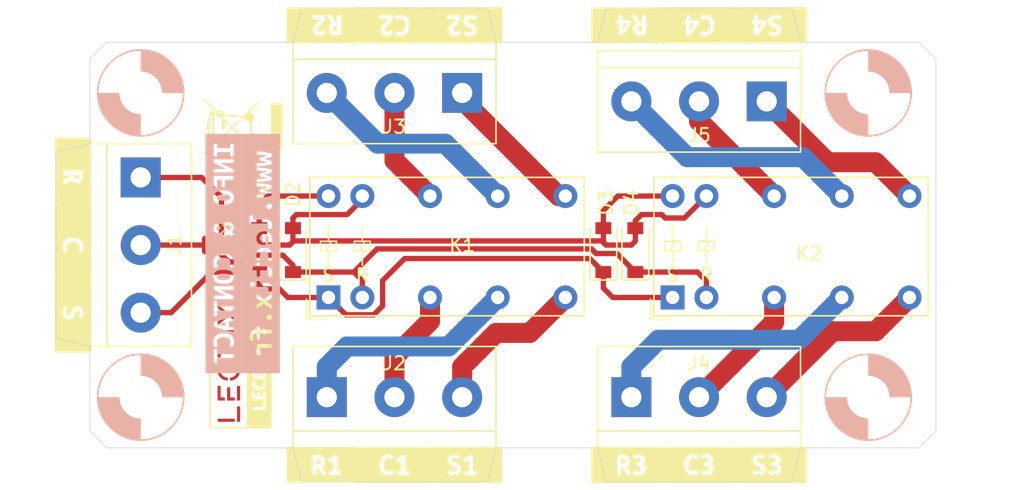
<source format=kicad_pcb>
(kicad_pcb (version 20211014) (generator pcbnew)
  (layers (0 "F.Cu" signal) (31 "B.Cu" signal) (34 "B.Paste" user) (35 "F.Paste" user) (36 "B.SilkS" user "B.Silkscreen") (37 "F.SilkS" user "F.Silkscreen") (38 "B.Mask" user) (39 "F.Mask" user) (44 "Edge.Cuts" user))
  (net 0 "")
  (net 1 "Net-(D1-Pad2)")
  (net 2 "/S")
  (net 3 "/R")
  (net 4 "/C")
  (net 5 "/S1")
  (net 6 "/C1")
  (net 7 "/R1")
  (net 8 "/S2")
  (net 9 "/C2")
  (net 10 "/R2")
  (net 11 "/R3")
  (net 12 "/C3")
  (net 13 "/S3")
  (net 14 "/R4")
  (net 15 "/C4")
  (net 16 "/S4")
  (footprint "Diode_SMD:D_SOD-123" (layer "F.Cu") (at 99.06 82.93 90)
    (fp_text reference "D1" (at 4.19 0 90) (layer "F.SilkS"))
    (fp_text value "1N4148W")
    (pad "1" smd rect locked (at -1.65 0 90) (size 0.9 1.2) (layers "F.Cu" "F.Paste" "F.Mask") (net 2 "/S"))
    (pad "2" smd rect locked (at 1.65 0 90) (size 0.9 1.2) (layers "F.Cu" "F.Paste" "F.Mask") (net 1 "Net-(D1-Pad2)"))
  )
  (footprint "Diode_SMD:D_SOD-123" (layer "F.Cu") (at 101.6 82.93 90)
    (fp_text reference "D2" (at 4.19 0 90) (layer "F.SilkS"))
    (fp_text value "1N4148W")
    (pad "1" smd rect locked (at -1.65 0 90) (size 0.9 1.2) (layers "F.Cu" "F.Paste" "F.Mask") (net 3 "/R"))
    (pad "2" smd rect locked (at 1.65 0 90) (size 0.9 1.2) (layers "F.Cu" "F.Paste" "F.Mask") (net 1 "Net-(D1-Pad2)"))
  )
  (footprint "0_connectors:TerminalBlock_bornier-3_P5.08mm-blue" (layer "F.Cu") (at 109.22 93.98)
    (fp_text reference "J2" (at 0 -2.54) (layer "F.SilkS"))
    (fp_text value "Screw_Terminal_01x03_blue")
    (pad "1" thru_hole rect locked (at -5.08 0) (size 3 3) (drill 1.52) (layers *.Cu *.Mask) (net 7 "/R1"))
    (pad "2" thru_hole circle locked (at 0 0) (size 3 3) (drill 1.52) (layers *.Cu *.Mask) (net 6 "/C1"))
    (pad "3" thru_hole circle locked (at 5.08 0) (size 3 3) (drill 1.52) (layers *.Cu *.Mask) (net 5 "/S1"))
  )
  (footprint "0_connectors:TerminalBlock_bornier-3_P5.08mm-blue" (layer "F.Cu") (at 109.22 71.12 180)
    (fp_text reference "J3" (at 0 -2.54) (layer "F.SilkS"))
    (fp_text value "Screw_Terminal_01x03_blue")
    (pad "1" thru_hole rect locked (at -5.08 0 180) (size 3 3) (drill 1.52) (layers *.Cu *.Mask) (net 8 "/S2"))
    (pad "2" thru_hole circle locked (at 0 0 180) (size 3 3) (drill 1.52) (layers *.Cu *.Mask) (net 9 "/C2"))
    (pad "3" thru_hole circle locked (at 5.08 0 180) (size 3 3) (drill 1.52) (layers *.Cu *.Mask) (net 10 "/R2"))
  )
  (footprint "0_relays:Relay_DPDT_HFD2-xxx-M-L2" (layer "F.Cu") (at 113.03 82.55)
    (fp_text reference "K1" (at 1.27 0) (layer "F.SilkS"))
    (fp_text value "HFD2-012-M-L2")
    (fp_text user "R" (at -6.223 2.286) (layer "F.SilkS"))
    (fp_text user "S" (at -8.763 2.286) (layer "F.SilkS"))
    (pad "1" thru_hole rect locked (at -8.763 3.937 90) (size 1.8 1.8) (drill 1) (layers *.Cu *.Mask) (net 2 "/S"))
    (pad "2" thru_hole circle locked (at -6.223 3.937 180) (size 1.8 1.8) (drill 1) (layers *.Cu *.Mask) (net 3 "/R"))
    (pad "4" thru_hole circle locked (at -1.143 3.937 90) (size 1.8 1.8) (drill 1) (layers *.Cu *.Mask) (net 6 "/C1"))
    (pad "6" thru_hole circle locked (at 3.937 3.937 90) (size 1.8 1.8) (drill 1) (layers *.Cu *.Mask) (net 7 "/R1"))
    (pad "8" thru_hole circle locked (at 9.017 3.937) (size 1.8 1.8) (drill 1) (layers *.Cu *.Mask) (net 5 "/S1"))
    (pad "9" thru_hole circle locked (at 9.017 -3.683 90) (size 1.8 1.8) (drill 1) (layers *.Cu *.Mask) (net 8 "/S2"))
    (pad "11" thru_hole circle locked (at 3.937 -3.683 90) (size 1.8 1.8) (drill 1) (layers *.Cu *.Mask) (net 10 "/R2"))
    (pad "13" thru_hole circle locked (at -1.143 -3.683 90) (size 1.8 1.8) (drill 1) (layers *.Cu *.Mask) (net 9 "/C2"))
    (pad "15" thru_hole circle locked (at -6.223 -3.683 180) (size 1.8 1.8) (drill 1) (layers *.Cu *.Mask) (net 1 "Net-(D1-Pad2)"))
    (pad "16" thru_hole circle locked (at -8.763 -3.683 90) (size 1.8 1.8) (drill 1) (layers *.Cu *.Mask) (net 1 "Net-(D1-Pad2)"))
  )
  (footprint "0_connectors:TerminalBlock_bornier-3_P5.08mm-green" (layer "F.Cu") (at 90.17 82.55 -90)
    (fp_text reference "J1" (at 0 -2.54 90) (layer "F.SilkS"))
    (fp_text value "Screw_Terminal_01x03_green")
    (pad "1" thru_hole rect locked (at -5.08 0 270) (size 3 3) (drill 1.52) (layers *.Cu *.Mask) (net 3 "/R"))
    (pad "2" thru_hole circle locked (at 0 0 270) (size 3 3) (drill 1.52) (layers *.Cu *.Mask) (net 4 "/C"))
    (pad "3" thru_hole circle locked (at 5.08 0 270) (size 3 3) (drill 1.52) (layers *.Cu *.Mask) (net 2 "/S"))
  )
  (footprint "0_mechanical:MountingHole_3.2mm_M3" (layer "F.Cu") (at 144.78 71.12)
    (fp_text reference "H1" hide)
    (fp_text value "MountingHole" hide)
    (pad "" np_thru_hole circle locked (at 0 0) (size 3.2 3.2) (drill 3.2) (layers *.Cu *.Mask))
  )
  (footprint "0_mechanical:MountingHole_3.2mm_M3" (layer "F.Cu") (at 90.17 93.98)
    (fp_text reference "H2" hide)
    (fp_text value "MountingHole" hide)
    (pad "" np_thru_hole circle locked (at 0 0) (size 3.2 3.2) (drill 3.2) (layers *.Cu *.Mask))
  )
  (footprint "0_mechanical:MountingHole_3.2mm_M3" (layer "F.Cu") (at 144.78 93.98)
    (fp_text reference "H3" hide)
    (fp_text value "MountingHole" hide)
    (pad "" np_thru_hole circle locked (at 0 0) (size 3.2 3.2) (drill 3.2) (layers *.Cu *.Mask))
  )
  (footprint "0_mechanical:MountingHole_3.2mm_M3" (layer "F.Cu") (at 90.17 71.12)
    (fp_text reference "H4" hide)
    (fp_text value "MountingHole" hide)
    (pad "" np_thru_hole circle locked (at 0 0) (size 3.2 3.2) (drill 3.2) (layers *.Cu *.Mask))
  )
  (footprint "0_logos:Logo_10mm" (layer "F.Cu") (at 96.774 91.567 90)
    (fp_text reference "LOGO1" hide)
    (fp_text value "logo_lectix_25mm" hide)
    (fp_poly (pts (xy -1.56718 -0.61214) (xy -2.44094 -0.61214) (xy -2.44094 -0.29972) (xy -2.66446 -0.29972) (xy -2.66446 -0.83312) (xy -1.56718 -0.83312) (xy -1.56718 -0.61214)) (layer "F.Cu") (width 0.01) (fill solid))
    (fp_poly (pts (xy 3.260968 -0.8255) (xy 3.466269 -0.542956) (xy 3.490799 -0.509165) (xy 3.514493 -0.476463) (xy 3.53718 -0.445091) (xy 3.558689 -0.415286) (xy 3.578848 -0.387289) (xy 3.597487 -0.361337) (xy 3.614435 -0.337671) (xy 3.62952 -0.31653) (xy 3.642571 -0.298152) (xy 3.653418 -0.282777) (xy 3.661889 -0.270644) (xy 3.667814 -0.261991) (xy 3.671021 -0.257058) (xy 3.67157 -0.255979) (xy 3.670129 -0.252999) (xy 3.666077 -0.246561) (xy 3.659817 -0.237221) (xy 3.651755 -0.225539) (xy 3.642293 -0.212072) (xy 3.631838 -0.197378) (xy 3.620793 -0.182016) (xy 3.609562 -0.166543) (xy 3.598551 -0.151517) (xy 3.588162 -0.137496) (xy 3.578801 -0.125038) (xy 3.570872 -0.114702) (xy 3.564779 -0.107045) (xy 3.560927 -0.102625) (xy 3.55981 -0.101753) (xy 3.558071 -0.103777) (xy 3.553504 -0.109705) (xy 3.546264 -0.119329) (xy 3.536502 -0.132439) (xy 3.524373 -0.148826) (xy 3.510029 -0.168281) (xy 3.493625 -0.190595) (xy 3.475313 -0.215558) (xy 3.455247 -0.242963) (xy 3.433579 -0.272598) (xy 3.410465 -0.304257) (xy 3.386056 -0.337728) (xy 3.360506 -0.372804) (xy 3.333968 -0.409276) (xy 3.306596 -0.446933) (xy 3.29819 -0.458507) (xy 3.270558 -0.496555) (xy 3.243707 -0.533532) (xy 3.217789 -0.569228) (xy 3.19296 -0.603428) (xy 3.169374 -0.635919) (xy 3.147186 -0.666489) (xy 3.126549 -0.694925) (xy 3.107618 -0.721015) (xy 3.090548 -0.744544) (xy 3.075493 -0.765301) (xy 3.062608 -0.783073) (xy 3.052047 -0.797646) (xy 3.043964 -0.808808) (xy 3.038514 -0.816346) (xy 3.035851 -0.820048) (xy 3.035625 -0.82037) (xy 3.034877 -0.821583) (xy 3.034715 -0.822588) (xy 3.035563 -0.823405) (xy 3.037844 -0.824053) (xy 3.041981 -0.824551) (xy 3.048399 -0.824919) (xy 3.057522 -0.825177) (xy 3.069772 -0.825345) (xy 3.085573 -0.825441) (xy 3.105349 -0.825486) (xy 3.129525 -0.8255) (xy 3.146554 -0.825501) (xy 3.260968 -0.8255)) (layer "F.Cu") (width 0.01) (fill solid))
    (fp_poly (pts (xy 2.61874 0.84582) (xy 2.39776 0.84582) (xy 2.39776 -0.8255) (xy 2.61874 -0.8255) (xy 2.61874 0.84582)) (layer "F.Cu") (width 0.01) (fill solid))
    (fp_poly (pts (xy -1.68148 0.10922) (xy -2.44094 0.10922) (xy -2.44094 0.45212) (xy -2.66192 0.45212) (xy -2.66192 -0.1143) (xy -1.68148 -0.1143) (xy -1.68148 0.10922)) (layer "F.Cu") (width 0.01) (fill solid))
    (fp_poly (pts (xy -4.0386 0.45212) (xy -4.25958 0.45212) (xy -4.25958 -0.82296) (xy -4.0386 -0.82296) (xy -4.0386 0.45212)) (layer "F.Cu") (width 0.01) (fill solid))
    (fp_poly (pts (xy 4.376304 -0.819908) (xy 4.39485 -0.819812) (xy 4.508296 -0.81915) (xy 4.202148 -0.400817) (xy 4.172064 -0.359702) (xy 4.142787 -0.319675) (xy 4.114458 -0.280931) (xy 4.087217 -0.243662) (xy 4.061206 -0.20806) (xy 4.036566 -0.17432) (xy 4.013436 -0.142634) (xy 3.991957 -0.113194) (xy 3.972271 -0.086194) (xy 3.954518 -0.061828) (xy 3.938839 -0.040287) (xy 3.925374 -0.021764) (xy 3.914265 -0.006454) (xy 3.905651 0.005452) (xy 3.899674 0.01376) (xy 3.896474 0.018277) (xy 3.895946 0.019087) (xy 3.897407 0.021269) (xy 3.901707 0.02737) (xy 3.908703 0.037192) (xy 3.918256 0.050541) (xy 3.930224 0.06722) (xy 3.944465 0.087032) (xy 3.960838 0.109783) (xy 3.979202 0.135275) (xy 3.999416 0.163314) (xy 4.021337 0.193701) (xy 4.044825 0.226243) (xy 4.069739 0.260742) (xy 4.095938 0.297003) (xy 4.123279 0.334829) (xy 4.151622 0.374025) (xy 4.180825 0.414395) (xy 4.192671 0.430766) (xy 4.22219 0.471564) (xy 4.250913 0.511274) (xy 4.278699 0.549701) (xy 4.305405 0.586647) (xy 4.330889 0.621916) (xy 4.35501 0.65531) (xy 4.377626 0.686635) (xy 4.398595 0.715692) (xy 4.417775 0.742285) (xy 4.435025 0.766218) (xy 4.450202 0.787293) (xy 4.463164 0.805315) (xy 4.47377 0.820086) (xy 4.481878 0.831411) (xy 4.487346 0.839091) (xy 4.490033 0.842932) (xy 4.490296 0.843347) (xy 4.488016 0.843981) (xy 4.480822 0.844522) (xy 4.468878 0.844969) (xy 4.452349 0.845317) (xy 4.4314 0.845563) (xy 4.406196 0.845703) (xy 4.377266 0.845734) (xy 4.26339 0.845649) (xy 4.02209 0.51178) (xy 3.995526 0.475037) (xy 3.969765 0.439426) (xy 3.944965 0.405163) (xy 3.921283 0.372466) (xy 3.898876 0.34155) (xy 3.877902 0.312632) (xy 3.858517 0.285929) (xy 3.84088 0.261658) (xy 3.825147 0.240034) (xy 3.811475 0.221274) (xy 3.800023 0.205596) (xy 3.790948 0.193215) (xy 3.784406 0.184347) (xy 3.780556 0.179211) (xy 3.77952 0.177933) (xy 3.777906 0.17995) (xy 3.773455 0.185854) (xy 3.766324 0.195427) (xy 3.756674 0.208455) (xy 3.744661 0.224722) (xy 3.730447 0.24401) (xy 3.714188 0.266106) (xy 3.696044 0.290791) (xy 3.676173 0.317851) (xy 3.654734 0.34707) (xy 3.631887 0.378231) (xy 3.607789 0.411119) (xy 3.5826 0.445518) (xy 3.556477 0.481211) (xy 3.53568 0.509644) (xy 3.508925 0.546214) (xy 3.482965 0.581667) (xy 3.457961 0.615786) (xy 3.434072 0.648355) (xy 3.411458 0.679156) (xy 3.390279 0.707973) (xy 3.370693 0.734589) (xy 3.352863 0.758787) (xy 3.336946 0.78035) (xy 3.323102 0.799061) (xy 3.311493 0.814704) (xy 3.302276 0.827061) (xy 3.295613 0.835916) (xy 3.291662 0.841051) (xy 3.29057 0.842335) (xy 3.287574 0.842529) (xy 3.280025 0.84268) (xy 3.26845 0.842789) (xy 3.253375 0.842853) (xy 3.235327 0.84287) (xy 3.214833 0.842839) (xy 3.192419 0.842759) (xy 3.175648 0.842672) (xy 3.063267 0.84201) (xy 3.669225 0.01397) (xy 3.711717 -0.044093) (xy 3.753457 -0.101122) (xy 3.794343 -0.156981) (xy 3.834276 -0.211531) (xy 3.873154 -0.264637) (xy 3.910878 -0.316161) (xy 3.947347 -0.365964) (xy 3.982459 -0.413911) (xy 4.016115 -0.459864) (xy 4.048214 -0.503686) (xy 4.078655 -0.545239) (xy 4.107338 -0.584386) (xy 4.134162 -0.620989) (xy 4.159027 -0.654913) (xy 4.181832 -0.686019) (xy 4.202477 -0.714169) (xy 4.22086 -0.739228) (xy 4.236882 -0.761057) (xy 4.250441 -0.779519) (xy 4.261437 -0.794478) (xy 4.269771 -0.805795) (xy 4.27534 -0.813333) (xy 4.278045 -0.816956) (xy 4.278294 -0.817272) (xy 4.280129 -0.818064) (xy 4.284193 -0.818708) (xy 4.29086 -0.819211) (xy 4.300504 -0.819582) (xy 4.313497 -0.819829) (xy 4.330212 -0.819961) (xy 4.351024 -0.819984) (xy 4.376304 -0.819908)) (layer "F.Cu") (width 0.01) (fill solid))
    (fp_poly (pts (xy -0.941598 0.135255) (xy -0.93688 0.184642) (xy -0.927286 0.233391) (xy -0.913012 0.281126) (xy -0.894257 0.327472) (xy -0.871216 0.372055) (xy -0.844087 0.4145) (xy -0.813067 0.454432) (xy -0.778352 0.491476) (xy -0.74014 0.525258) (xy -0.73406 0.530066) (xy -0.693962 0.558193) (xy -0.650655 0.582754) (xy -0.604786 0.603491) (xy -0.557001 0.620147) (xy -0.507946 0.632466) (xy -0.458267 0.640191) (xy -0.456939 0.640331) (xy -0.435583 0.641812) (xy -0.410988 0.642277) (xy -0.38483 0.641784) (xy -0.358784 0.640393) (xy -0.334525 0.638161) (xy -0.31496 0.635369) (xy -0.26458 0.623968) (xy -0.215829 0.608011) (xy -0.169027 0.587722) (xy -0.124494 0.563326) (xy -0.082553 0.53505) (xy -0.043523 0.503119) (xy -0.007725 0.467757) (xy 0.024521 0.429189) (xy 0.052893 0.387642) (xy 0.063459 0.36957) (xy 0.067764 0.361866) (xy 0.070977 0.356162) (xy 0.072419 0.35366) (xy 0.072428 0.353648) (xy 0.074718 0.354589) (xy 0.080966 0.357586) (xy 0.090622 0.362356) (xy 0.103134 0.368617) (xy 0.11795 0.376087) (xy 0.134518 0.384484) (xy 0.152288 0.393526) (xy 0.170709 0.40293) (xy 0.189227 0.412414) (xy 0.207292 0.421697) (xy 0.224353 0.430496) (xy 0.239857 0.43853) (xy 0.253254 0.445515) (xy 0.263992 0.45117) (xy 0.271519 0.455212) (xy 0.275284 0.45736) (xy 0.275579 0.457574) (xy 0.276342 0.459476) (xy 0.27565 0.462864) (xy 0.273236 0.468246) (xy 0.268829 0.47613) (xy 0.262161 0.487022) (xy 0.252963 0.501432) (xy 0.249532 0.50673) (xy 0.213745 0.557247) (xy 0.174233 0.604456) (xy 0.131253 0.648181) (xy 0.085061 0.688245) (xy 0.035915 0.724473) (xy -0.015929 0.75669) (xy -0.070214 0.784719) (xy -0.126683 0.808386) (xy -0.185078 0.827513) (xy -0.238614 0.840608) (xy -0.259549 0.844715) (xy -0.278693 0.847937) (xy -0.297214 0.850387) (xy -0.316279 0.852177) (xy -0.337056 0.853419) (xy -0.360714 0.854226) (xy -0.38481 0.854665) (xy -0.403035 0.85486) (xy -0.419929 0.85496) (xy -0.434719 0.854966) (xy -0.446633 0.85488) (xy -0.454897 0.854704) (xy -0.45847 0.854485) (xy -0.464358 0.853741) (xy -0.47369 0.85263) (xy -0.484862 0.851341) (xy -0.49022 0.850735) (xy -0.545997 0.842047) (xy -0.601993 0.828574) (xy -0.657599 0.810545) (xy -0.712206 0.788188) (xy -0.765203 0.761731) (xy -0.815981 0.731401) (xy -0.82423 0.725955) (xy -0.854202 0.705098) (xy -0.880956 0.684653) (xy -0.906058 0.663317) (xy -0.931073 0.63979) (xy -0.946282 0.624501) (xy -0.98848 0.577656) (xy -1.026384 0.528179) (xy -1.059914 0.476236) (xy -1.088986 0.421994) (xy -1.113518 0.365618) (xy -1.133426 0.307274) (xy -1.148629 0.247129) (xy -1.156813 0.201477) (xy -1.15802 0.192261) (xy -1.159423 0.17981) (xy -1.160913 0.165307) (xy -1.162382 0.149937) (xy -1.163719 0.134885) (xy -1.164815 0.121334) (xy -1.165562 0.11047) (xy -1.16585 0.103505) (xy -1.163398 0.103107) (xy -1.156379 0.102738) (xy -1.145308 0.102405) (xy -1.130696 0.102119) (xy -1.113059 0.101886) (xy -1.092909 0.101717) (xy -1.070759 0.10162) (xy -1.054481 0.1016) (xy -0.943101 0.1016) (xy -0.941598 0.135255)) (layer "F.Cu") (width 0.01) (fill solid))
    (fp_poly (pts (xy 1.3716 0.84582) (xy 1.15062 0.84582) (xy 1.15062 -0.43688) (xy 1.3716 -0.43688) (xy 1.3716 0.84582)) (layer "F.Cu") (width 0.01) (fill solid))
    (fp_poly (pts (xy -1.56718 0.85344) (xy -2.65938 0.85344) (xy -2.65938 0.62992) (xy -1.56718 0.62992) (xy -1.56718 0.85344)) (layer "F.Cu") (width 0.01) (fill solid))
    (fp_poly (pts (xy -0.373791 -0.828885) (xy -0.352051 -0.828102) (xy -0.333524 -0.826865) (xy -0.32512 -0.825987) (xy -0.263464 -0.815889) (xy -0.203518 -0.801142) (xy -0.145498 -0.78188) (xy -0.08962 -0.75824) (xy -0.036099 -0.730358) (xy 0.01485 -0.698368) (xy 0.063012 -0.662408) (xy 0.108171 -0.622612) (xy 0.150111 -0.579116) (xy 0.188617 -0.532056) (xy 0.223475 -0.481567) (xy 0.224753 -0.479538) (xy 0.23095 -0.469396) (xy 0.235873 -0.460824) (xy 0.239032 -0.454716) (xy 0.239933 -0.451966) (xy 0.239927 -0.451954) (xy 0.237616 -0.450206) (xy 0.231584 -0.446064) (xy 0.222376 -0.439884) (xy 0.210541 -0.432024) (xy 0.196627 -0.422841) (xy 0.181181 -0.412692) (xy 0.16475 -0.401934) (xy 0.147883 -0.390925) (xy 0.131127 -0.380021) (xy 0.115029 -0.369581) (xy 0.100138 -0.359961) (xy 0.087 -0.351518) (xy 0.076165 -0.34461) (xy 0.068178 -0.339593) (xy 0.063588 -0.336826) (xy 0.062794 -0.336416) (xy 0.059968 -0.337282) (xy 0.055905 -0.341905) (xy 0.050305 -0.350661) (xy 0.047184 -0.356086) (xy 0.030089 -0.383572) (xy 0.009427 -0.411998) (xy -0.013771 -0.440148) (xy -0.038472 -0.466803) (xy -0.063644 -0.490746) (xy -0.07552 -0.50086) (xy -0.116154 -0.530828) (xy -0.159753 -0.556873) (xy -0.205804 -0.578774) (xy -0.253792 -0.59631) (xy -0.303203 -0.60926) (xy -0.343548 -0.616187) (xy -0.365054 -0.618232) (xy -0.389779 -0.619278) (xy -0.41624 -0.619363) (xy -0.442955 -0.61852) (xy -0.468443 -0.616786) (xy -0.491221 -0.614196) (xy -0.502174 -0.612397) (xy -0.552714 -0.600392) (xy -0.601225 -0.583901) (xy -0.647466 -0.563143) (xy -0.691196 -0.538334) (xy -0.732174 -0.509692) (xy -0.770159 -0.477434) (xy -0.80491 -0.441777) (xy -0.836186 -0.402938) (xy -0.863748 -0.361136) (xy -0.887352 -0.316587) (xy -0.90676 -0.269508) (xy -0.916801 -0.238379) (xy -0.927444 -0.193948) (xy -0.934072 -0.147895) (xy -0.936568 -0.109855) (xy -0.937972 -0.06858) (xy -1.158969 -0.06858) (xy -1.157493 -0.113665) (xy -1.153049 -0.173235) (xy -1.143761 -0.231781) (xy -1.129804 -0.289055) (xy -1.111357 -0.344808) (xy -1.088595 -0.398794) (xy -1.061694 -0.450761) (xy -1.030832 -0.500463) (xy -0.996184 -0.547651) (xy -0.957927 -0.592077) (xy -0.916238 -0.63349) (xy -0.871292 -0.671645) (xy -0.823267 -0.706291) (xy -0.772339 -0.73718) (xy -0.718684 -0.764064) (xy -0.6858 -0.777954) (xy -0.632923 -0.796535) (xy -0.578211 -0.811237) (xy -0.520795 -0.822284) (xy -0.50546 -0.824566) (xy -0.489281 -0.826312) (xy -0.469218 -0.827661) (xy -0.446456 -0.828601) (xy -0.422175 -0.829125) (xy -0.397559 -0.829223) (xy -0.373791 -0.828885)) (layer "F.Cu") (width 0.01) (fill solid))
    (fp_poly (pts (xy 1.95072 -0.60452) (xy 0.58166 -0.60452) (xy 0.58166 -0.8255) (xy 1.95072 -0.8255) (xy 1.95072 -0.60452)) (layer "F.Cu") (width 0.01) (fill solid))
    (fp_poly (pts (xy -3.1115 0.85344) (xy -4.25958 0.85344) (xy -4.25958 0.62992) (xy -3.1115 0.62992) (xy -3.1115 0.85344)) (layer "F.Cu") (width 0.01) (fill solid))
  )
  (footprint "Symbol:WEEE-Logo_4.2x6mm_SilkScreen" (layer "F.Cu") (at 97.79 73.66 90)
    (fp_text reference "REF**" hide)
    (fp_text value "WEEE-Logo_4.2x6mm_SilkScreen" hide)
  )
  (footprint "Resistor_SMD:R_0805_2012Metric" (layer "F.Cu") (at 96.1875 82.55 180)
    (fp_text reference "R1" (at 0 1.905) (layer "F.SilkS"))
    (fp_text value "270")
    (pad "1" smd roundrect locked (at -0.9375 0 180) (size 0.975 1.4) (layers "F.Cu" "F.Paste" "F.Mask") (net 1 "Net-(D1-Pad2)"))
    (pad "2" smd roundrect locked (at 0.9375 0 180) (size 0.975 1.4) (layers "F.Cu" "F.Paste" "F.Mask") (net 4 "/C"))
  )
  (footprint "kibuzzard-62BC6F34" (layer "F.Cu") (at 132.08 66.04 180)
    (fp_text reference "kibuzzard-62BC6F34" hide)
    (fp_text value "G***" hide)
  )
  (footprint "kibuzzard-62BC6E53" (layer "F.Cu") (at 85.09 77.47 -90)
    (fp_text reference "kibuzzard-62BC6E53" hide)
    (fp_text value "G***" hide)
  )
  (footprint "kibuzzard-62BC6F69" (layer "F.Cu") (at 114.3 99.06)
    (fp_text reference "kibuzzard-62BC6F69" hide)
    (fp_text value "G***" hide)
  )
  (footprint "Diode_SMD:D_SOD-123" (layer "F.Cu") (at 124.9 82.93 90)
    (fp_text reference "D3" (at 3.555 0.195 90) (layer "F.SilkS"))
    (fp_text value "1N4148W")
    (pad "1" smd rect (at -1.65 0 90) (size 0.9 1.2) (layers "F.Cu" "F.Paste" "F.Mask") (net 2 "/S"))
    (pad "2" smd rect (at 1.65 0 90) (size 0.9 1.2) (layers "F.Cu" "F.Paste" "F.Mask") (net 1 "Net-(D1-Pad2)"))
  )
  (footprint "0_relays:Relay_DPDT_HFD2-xxx-M-L2" (layer "F.Cu") (at 138.857688 82.55)
    (fp_text reference "K2" (at 1.477312 0.635) (layer "F.SilkS"))
    (fp_text value "HFD2-012-M-L2")
    (fp_text user "S" (at -8.763 2.286) (layer "F.SilkS"))
    (fp_text user "R" (at -6.223 2.286) (layer "F.SilkS"))
    (pad "1" thru_hole rect locked (at -8.763 3.937 90) (size 1.8 1.8) (drill 1) (layers *.Cu *.Mask) (net 2 "/S"))
    (pad "2" thru_hole circle locked (at -6.223 3.937 180) (size 1.8 1.8) (drill 1) (layers *.Cu *.Mask) (net 3 "/R"))
    (pad "4" thru_hole circle locked (at -1.143 3.937 90) (size 1.8 1.8) (drill 1) (layers *.Cu *.Mask) (net 12 "/C3"))
    (pad "6" thru_hole circle locked (at 3.937 3.937 90) (size 1.8 1.8) (drill 1) (layers *.Cu *.Mask) (net 11 "/R3"))
    (pad "8" thru_hole circle locked (at 9.017 3.937) (size 1.8 1.8) (drill 1) (layers *.Cu *.Mask) (net 13 "/S3"))
    (pad "9" thru_hole circle locked (at 9.017 -3.683 90) (size 1.8 1.8) (drill 1) (layers *.Cu *.Mask) (net 16 "/S4"))
    (pad "11" thru_hole circle locked (at 3.937 -3.683 90) (size 1.8 1.8) (drill 1) (layers *.Cu *.Mask) (net 14 "/R4"))
    (pad "13" thru_hole circle locked (at -1.143 -3.683 90) (size 1.8 1.8) (drill 1) (layers *.Cu *.Mask) (net 15 "/C4"))
    (pad "15" thru_hole circle locked (at -6.223 -3.683 180) (size 1.8 1.8) (drill 1) (layers *.Cu *.Mask) (net 1 "Net-(D1-Pad2)"))
    (pad "16" thru_hole circle locked (at -8.763 -3.683 90) (size 1.8 1.8) (drill 1) (layers *.Cu *.Mask) (net 1 "Net-(D1-Pad2)"))
  )
  (footprint "kibuzzard-62BC6EF6" (layer "F.Cu") (at 109.22 66.04 180)
    (fp_text reference "kibuzzard-62BC6EF6" hide)
    (fp_text value "G***" hide)
  )
  (footprint "kibuzzard-62BC6EEB" (layer "F.Cu") (at 104.14 66.04 180)
    (fp_text reference "kibuzzard-62BC6EEB" hide)
    (fp_text value "G***" hide)
  )
  (footprint "kibuzzard-62BC6F5D" (layer "F.Cu") (at 104.14 99.06)
    (fp_text reference "kibuzzard-62BC6F5D" hide)
    (fp_text value "G***" hide)
  )
  (footprint "0_connectors:TerminalBlock_bornier-3_P5.08mm-blue" (layer "F.Cu") (at 132.08 71.755 180)
    (fp_text reference "J5" (at -0.03 -2.54) (layer "F.SilkS"))
    (fp_text value "Screw_Terminal_01x03_blue")
    (pad "1" thru_hole rect locked (at -5.08 0 180) (size 3 3) (drill 1.52) (layers *.Cu *.Mask) (net 16 "/S4"))
    (pad "2" thru_hole circle locked (at 0 0 180) (size 3 3) (drill 1.52) (layers *.Cu *.Mask) (net 15 "/C4"))
    (pad "3" thru_hole circle locked (at 5.08 0 180) (size 3 3) (drill 1.52) (layers *.Cu *.Mask) (net 14 "/R4"))
  )
  (footprint "kibuzzard-62BC6F89" (layer "F.Cu") (at 137.16 99.06)
    (fp_text reference "kibuzzard-62BC6F89" hide)
    (fp_text value "G***" hide)
  )
  (footprint "kikit:Tab" (layer "F.Cu") (at 85.959 93.98)
    (fp_text reference "REF**" hide)
    (fp_text value "Tab")
  )
  (footprint "kibuzzard-62BC6D4A" (layer "F.Cu") (at 99.06 91.44 90)
    (fp_text reference "kibuzzard-62BC6D4A" hide)
    (fp_text value "G***" hide)
  )
  (footprint "kikit:Tab" (layer "F.Cu") (at 86.086 71.12)
    (fp_text reference "REF**" hide)
    (fp_text value "Tab")
  )
  (footprint "kibuzzard-62BC6F76" (layer "F.Cu") (at 127 99.06)
    (fp_text reference "kibuzzard-62BC6F76" hide)
    (fp_text value "G***" hide)
  )
  (footprint "kibuzzard-62BC6F2E" (layer "F.Cu") (at 127 66.04 180)
    (fp_text reference "kibuzzard-62BC6F2E" hide)
    (fp_text value "G***" hide)
  )
  (footprint "kibuzzard-62BC6E84" (layer "F.Cu") (at 85.09 82.55 -90)
    (fp_text reference "kibuzzard-62BC6E84" hide)
    (fp_text value "G***" hide)
  )
  (footprint "kibuzzard-62BC6F39" (layer "F.Cu") (at 137.16 66.04 180)
    (fp_text reference "kibuzzard-62BC6F39" hide)
    (fp_text value "G***" hide)
  )
  (footprint "kibuzzard-62BC6F64" (layer "F.Cu") (at 109.22 99.06)
    (fp_text reference "kibuzzard-62BC6F64" hide)
    (fp_text value "G***" hide)
  )
  (footprint "kikit:Tab" (layer "F.Cu") (at 150.114 71.12 180)
    (fp_text reference "REF**" hide)
    (fp_text value "Tab")
  )
  (footprint "0_connectors:TerminalBlock_bornier-3_P5.08mm-blue" (layer "F.Cu") (at 132.08 93.98)
    (fp_text reference "J4" (at 0 -2.54) (layer "F.SilkS"))
    (fp_text value "Screw_Terminal_01x03_blue")
    (pad "1" thru_hole rect locked (at -5.08 0) (size 3 3) (drill 1.52) (layers *.Cu *.Mask) (net 11 "/R3"))
    (pad "2" thru_hole circle locked (at 0 0) (size 3 3) (drill 1.52) (layers *.Cu *.Mask) (net 12 "/C3"))
    (pad "3" thru_hole circle locked (at 5.08 0) (size 3 3) (drill 1.52) (layers *.Cu *.Mask) (net 13 "/S3"))
  )
  (footprint "kibuzzard-62BC6EFE" (layer "F.Cu") (at 114.3 66.04 180)
    (fp_text reference "kibuzzard-62BC6EFE" hide)
    (fp_text value "G***" hide)
  )
  (footprint "kikit:Tab" (layer "F.Cu") (at 150.134 93.98 180)
    (fp_text reference "REF**" hide)
    (fp_text value "Tab")
  )
  (footprint "kibuzzard-62BC6F83" (layer "F.Cu") (at 132.08 99.06)
    (fp_text reference "kibuzzard-62BC6F83" hide)
    (fp_text value "G***" hide)
  )
  (footprint "kibuzzard-62BC6E90" (layer "F.Cu") (at 85.09 87.63 -90)
    (fp_text reference "kibuzzard-62BC6E90" hide)
    (fp_text value "G***" hide)
  )
  (footprint "Diode_SMD:D_SOD-123" (layer "F.Cu") (at 127.3 82.93 90)
    (fp_text reference "D4" (at 3.555 -0.3 90) (layer "F.SilkS"))
    (fp_text value "1N4148W")
    (pad "1" smd rect (at -1.65 0 90) (size 0.9 1.2) (layers "F.Cu" "F.Paste" "F.Mask") (net 3 "/R"))
    (pad "2" smd rect (at 1.65 0 90) (size 0.9 1.2) (layers "F.Cu" "F.Paste" "F.Mask") (net 1 "Net-(D1-Pad2)"))
  )
  (footprint "kibuzzard-62BCA36B" (layer "B.Cu") (at 99.187 83.185 -90)
    (fp_text reference "kibuzzard-62BCA36B" hide)
    (fp_text value "G***" hide)
  )
  (footprint "kibuzzard-62BCA378" (layer "B.Cu") (at 96.393 83.185 -90)
    (fp_text reference "kibuzzard-62BCA378" hide)
    (fp_text value "G***" hide)
  )
  (gr_line (start 95.377 96.266) (end 95.377 86.741) (layer "F.SilkS") (width 0.12))
  (gr_line (start 95.377 86.741) (end 99.949 86.741) (layer "F.SilkS") (width 0.12))
  (gr_line (start 99.949 96.266) (end 95.377 96.266) (layer "F.SilkS") (width 0.12))
  (gr_line (start 99.949 86.741) (end 99.949 96.266) (layer "F.SilkS") (width 0.12))
  (gr_line (start 86.36 90.17) (end 83.82 89.535) (layer "Edge.Cuts") (width 0.05))
  (gr_line (start 148.59 97.79) (end 139.7 97.79) (layer "Edge.Cuts") (width 0.05))
  (gr_line (start 139.065 64.77) (end 139.7 67.31) (layer "Edge.Cuts") (width 0.05))
  (gr_line (start 139.065 100.33) (end 125.095 100.33) (layer "Edge.Cuts") (width 0.05))
  (gr_line (start 116.205 100.33) (end 102.235 100.33) (layer "Edge.Cuts") (width 0.05))
  (gr_line (start 139.7 67.31) (end 148.59 67.31) (layer "Edge.Cuts") (width 0.05))
  (gr_line (start 101.6 67.31) (end 102.235 64.77) (layer "Edge.Cuts") (width 0.05))
  (gr_line (start 87.63 67.31) (end 101.6 67.31) (layer "Edge.Cuts") (width 0.05))
  (gr_line (start 86.36 68.58) (end 87.63 67.31) (layer "Edge.Cuts") (width 0.05))
  (gr_line (start 116.84 97.79) (end 116.205 100.33) (layer "Edge.Cuts") (width 0.05))
  (gr_line (start 102.235 100.33) (end 101.6 97.79) (layer "Edge.Cuts") (width 0.05))
  (gr_line (start 149.86 96.52) (end 148.59 97.79) (layer "Edge.Cuts") (width 0.05))
  (gr_line (start 83.82 75.565) (end 86.36 74.93) (layer "Edge.Cuts") (width 0.05))
  (gr_line (start 139.7 97.79) (end 139.065 100.33) (layer "Edge.Cuts") (width 0.05))
  (gr_line (start 125.095 64.77) (end 139.065 64.77) (layer "Edge.Cuts") (width 0.05))
  (gr_line (start 124.46 97.79) (end 116.84 97.79) (layer "Edge.Cuts") (width 0.05))
  (gr_line (start 148.59 67.31) (end 149.86 68.58) (layer "Edge.Cuts") (width 0.05))
  (gr_line (start 101.6 97.79) (end 87.63 97.79) (layer "Edge.Cuts") (width 0.05))
  (gr_line (start 116.205 64.77) (end 116.84 67.31) (layer "Edge.Cuts") (width 0.05))
  (gr_line (start 83.82 89.535) (end 83.82 75.565) (layer "Edge.Cuts") (width 0.05))
  (gr_line (start 125.095 100.33) (end 124.46 97.79) (layer "Edge.Cuts") (width 0.05))
  (gr_line (start 86.36 68.58) (end 86.36 74.93) (layer "Edge.Cuts") (width 0.05))
  (gr_line (start 116.84 67.31) (end 124.46 67.31) (layer "Edge.Cuts") (width 0.05))
  (gr_line (start 86.36 96.52) (end 86.36 90.17) (layer "Edge.Cuts") (width 0.05))
  (gr_line (start 149.86 68.58) (end 149.86 96.52) (layer "Edge.Cuts") (width 0.05))
  (gr_line (start 124.46 67.31) (end 125.095 64.77) (layer "Edge.Cuts") (width 0.05))
  (gr_line (start 102.235 64.77) (end 116.205 64.77) (layer "Edge.Cuts") (width 0.05))
  (gr_line (start 87.63 97.79) (end 86.36 96.52) (layer "Edge.Cuts") (width 0.05))
  (segment (start 106.807 78.867) (end 106.807 79.121) (width 0.4) (layer "F.Cu") (net 1))
  (segment (start 101.854 80.264) (end 101.6 80.518) (width 0.4) (layer "F.Cu") (net 1))
  (segment (start 124.9 81.28) (end 124.9 82.355) (width 0.4) (layer "F.Cu") (net 1))
  (segment (start 106.807 79.121) (end 105.664 80.264) (width 0.4) (layer "F.Cu") (net 1))
  (segment (start 101.346 82.55) (end 101.6 82.296) (width 0.4) (layer "F.Cu") (net 1))
  (segment (start 97.125 82.55) (end 99.06 82.55) (width 0.4) (layer "F.Cu") (net 1))
  (segment (start 127.3 82.25) (end 127 82.55) (width 0.4) (layer "F.Cu") (net 1))
  (segment (start 124.784998 82.239998) (end 101.656002 82.239998) (width 0.4) (layer "F.Cu") (net 1))
  (segment (start 104.267 78.867) (end 99.695 78.867) (width 0.4) (layer "F.Cu") (net 1))
  (segment (start 124.9 79.951) (end 124.9 81.28) (width 0.4) (layer "F.Cu") (net 1))
  (segment (start 101.6 82.296) (end 101.6 81.28) (width 0.4) (layer "F.Cu") (net 1))
  (segment (start 124.9 82.355) (end 125.095 82.55) (width 0.4) (layer "F.Cu") (net 1))
  (segment (start 127.762 80.264) (end 129.286 80.264) (width 0.4) (layer "F.Cu") (net 1))
  (segment (start 127 82.55) (end 125.095 82.55) (width 0.4) (layer "F.Cu") (net 1))
  (segment (start 129.286 80.264) (end 129.54 80.518) (width 0.4) (layer "F.Cu") (net 1))
  (segment (start 99.06 79.502) (end 99.06 81.28) (width 0.4) (layer "F.Cu") (net 1))
  (segment (start 125.984 78.867) (end 124.9 79.951) (width 0.4) (layer "F.Cu") (net 1))
  (segment (start 130.983688 80.518) (end 132.634688 78.867) (width 0.4) (layer "F.Cu") (net 1))
  (segment (start 105.664 80.264) (end 101.854 80.264) (width 0.4) (layer "F.Cu") (net 1))
  (segment (start 127.3 80.726) (end 127.762 80.264) (width 0.4) (layer "F.Cu") (net 1))
  (segment (start 127.3 81.28) (end 127.3 80.726) (width 0.4) (layer "F.Cu") (net 1))
  (segment (start 99.06 81.28) (end 99.06 82.55) (width 0.4) (layer "F.Cu") (net 1))
  (segment (start 99.06 82.55) (end 101.346 82.55) (width 0.4) (layer "F.Cu") (net 1))
  (segment (start 101.656002 82.239998) (end 101.346 82.55) (width 0.4) (layer "F.Cu") (net 1))
  (segment (start 129.54 80.518) (end 130.983688 80.518) (width 0.4) (layer "F.Cu") (net 1))
  (segment (start 99.695 78.867) (end 99.06 79.502) (width 0.4) (layer "F.Cu") (net 1))
  (segment (start 130.094688 78.867) (end 125.984 78.867) (width 0.4) (layer "F.Cu") (net 1))
  (segment (start 125.095 82.55) (end 124.784998 82.239998) (width 0.4) (layer "F.Cu") (net 1))
  (segment (start 101.6 80.518) (end 101.6 81.28) (width 0.4) (layer "F.Cu") (net 1))
  (segment (start 127.3 81.28) (end 127.3 82.25) (width 0.4) (layer "F.Cu") (net 1))
  (segment (start 109.982 83.566) (end 123.886 83.566) (width 0.4) (layer "F.Cu") (net 2))
  (segment (start 101.219 86.487) (end 100.584 85.852) (width 0.4) (layer "F.Cu") (net 2))
  (segment (start 90.17 87.63) (end 92.456 87.63) (width 0.4) (layer "F.Cu") (net 2))
  (segment (start 95.506 84.58) (end 99.06 84.58) (width 0.4) (layer "F.Cu") (net 2))
  (segment (start 104.267 86.487) (end 101.219 86.487) (width 0.4) (layer "F.Cu") (net 2))
  (segment (start 108.331 87.122) (end 108.331 85.217) (width 0.4) (layer "F.Cu") (net 2))
  (segment (start 99.314 85.852) (end 99.06 85.598) (width 0.4) (layer "F.Cu") (net 2))
  (segment (start 99.06 85.598) (end 99.06 84.58) (width 0.4) (layer "F.Cu") (net 2))
  (segment (start 125.603 86.487) (end 130.094688 86.487) (width 0.4) (layer "F.Cu") (net 2))
  (segment (start 105.567 87.787) (end 107.666 87.787) (width 0.4) (layer "F.Cu") (net 2))
  (segment (start 124.9 85.784) (end 125.603 86.487) (width 0.4) (layer "F.Cu") (net 2))
  (segment (start 92.456 87.63) (end 95.506 84.58) (width 0.4) (layer "F.Cu") (net 2))
  (segment (start 107.666 87.787) (end 108.331 87.122) (width 0.4) (layer "F.Cu") (net 2))
  (segment (start 100.584 85.852) (end 99.314 85.852) (width 0.4) (layer "F.Cu") (net 2))
  (segment (start 108.331 85.217) (end 109.982 83.566) (width 0.4) (layer "F.Cu") (net 2))
  (segment (start 104.267 86.487) (end 105.567 87.787) (width 0.4) (layer "F.Cu") (net 2))
  (segment (start 124.9 84.58) (end 124.9 85.784) (width 0.4) (layer "F.Cu") (net 2))
  (segment (start 123.886 83.566) (end 124.9 84.58) (width 0.4) (layer "F.Cu") (net 2))
  (segment (start 124.352822 83.185) (end 124.007321 82.839499) (width 0.4) (layer "F.Cu") (net 3))
  (segment (start 106.807 85.217) (end 106.17 84.58) (width 0.4) (layer "F.Cu") (net 3))
  (segment (start 96.23749 83.28349) (end 96.23749 78.96549) (width 0.4) (layer "F.Cu") (net 3))
  (segment (start 131.951 84.58) (end 127.3 84.58) (width 0.4) (layer "F.Cu") (net 3))
  (segment (start 101.6 84.074) (end 100.838 83.312) (width 0.4) (layer "F.Cu") (net 3))
  (segment (start 94.742 77.47) (end 90.17 77.47) (width 0.4) (layer "F.Cu") (net 3))
  (segment (start 97.79 83.82) (end 96.774 83.82) (width 0.4) (layer "F.Cu") (net 3))
  (segment (start 96.774 83.82) (end 96.23749 83.28349) (width 0.4) (layer "F.Cu") (net 3))
  (segment (start 124.007321 82.839499) (end 107.910501 82.839499) (width 0.4) (layer "F.Cu") (net 3))
  (segment (start 101.6 84.58) (end 101.6 84.074) (width 0.4) (layer "F.Cu") (net 3))
  (segment (start 106.17 84.58) (end 101.6 84.58) (width 0.4) (layer "F.Cu") (net 3))
  (segment (start 125.905 83.185) (end 124.352822 83.185) (width 0.4) (layer "F.Cu") (net 3))
  (segment (start 106.807 86.487) (end 106.807 85.217) (width 0.4) (layer "F.Cu") (net 3))
  (segment (start 100.838 83.312) (end 98.298 83.312) (width 0.4) (layer "F.Cu") (net 3))
  (segment (start 132.634688 85.263688) (end 131.951 84.58) (width 0.4) (layer "F.Cu") (net 3))
  (segment (start 132.634688 86.487) (end 132.634688 85.263688) (width 0.4) (layer "F.Cu") (net 3))
  (segment (start 127.3 84.58) (end 125.905 83.185) (width 0.4) (layer "F.Cu") (net 3))
  (segment (start 98.298 83.312) (end 97.79 83.82) (width 0.4) (layer "F.Cu") (net 3))
  (segment (start 107.910501 82.839499) (end 106.17 84.58) (width 0.4) (layer "F.Cu") (net 3))
  (segment (start 96.23749 78.96549) (end 94.742 77.47) (width 0.4) (layer "F.Cu") (net 3))
  (segment (start 90.17 82.55) (end 95.25 82.55) (width 0.4) (layer "F.Cu") (net 4))
  (segment (start 114.3 91.694) (end 116.84 89.154) (width 1.5) (layer "F.Cu") (net 5))
  (segment (start 119.38 89.154) (end 122.047 86.487) (width 1.5) (layer "F.Cu") (net 5))
  (segment (start 114.3 93.98) (end 114.3 91.694) (width 1.5) (layer "F.Cu") (net 5))
  (segment (start 116.84 89.154) (end 119.38 89.154) (width 1.5) (layer "F.Cu") (net 5))
  (segment (start 111.887 88.265) (end 111.887 86.487) (width 1.5) (layer "F.Cu") (net 6))
  (segment (start 109.22 93.98) (end 109.22 90.932) (width 1.5) (layer "F.Cu") (net 6))
  (segment (start 109.22 90.932) (end 111.887 88.265) (width 1.5) (layer "F.Cu") (net 6))
  (segment (start 105.664 90.17) (end 113.284 90.17) (width 1.5) (layer "B.Cu") (net 7))
  (segment (start 113.284 90.17) (end 116.967 86.487) (width 1.5) (layer "B.Cu") (net 7))
  (segment (start 104.14 93.98) (end 104.14 91.694) (width 1.5) (layer "B.Cu") (net 7))
  (segment (start 104.14 91.694) (end 105.664 90.17) (width 1.5) (layer "B.Cu") (net 7))
  (segment (start 121.539 78.867) (end 122.047 78.867) (width 1.5) (layer "F.Cu") (net 8))
  (segment (start 114.3 71.12) (end 114.3 71.628) (width 1.5) (layer "F.Cu") (net 8))
  (segment (start 114.3 71.628) (end 121.539 78.867) (width 1.5) (layer "F.Cu") (net 8))
  (segment (start 109.22 76.2) (end 111.887 78.867) (width 1.5) (layer "F.Cu") (net 9))
  (segment (start 109.22 71.12) (end 109.22 76.2) (width 1.5) (layer "F.Cu") (net 9))
  (segment (start 113.03 74.93) (end 116.967 78.867) (width 1.5) (layer "B.Cu") (net 10))
  (segment (start 107.95 74.93) (end 113.03 74.93) (width 1.5) (layer "B.Cu") (net 10))
  (segment (start 104.14 71.12) (end 107.95 74.93) (width 1.5) (layer "B.Cu") (net 10))
  (segment (start 127 91.694) (end 129.032 89.662) (width 1.5) (layer "B.Cu") (net 11))
  (segment (start 127 93.98) (end 127 91.694) (width 1.5) (layer "B.Cu") (net 11))
  (segment (start 129.032 89.662) (end 139.619688 89.662) (width 1.5) (layer "B.Cu") (net 11))
  (segment (start 139.619688 89.662) (end 142.794688 86.487) (width 1.5) (layer "B.Cu") (net 11))
  (segment (start 137.714688 88.345312) (end 132.08 93.98) (width 1.5) (layer "F.Cu") (net 12))
  (segment (start 137.714688 86.487) (end 137.714688 88.345312) (width 1.5) (layer "F.Cu") (net 12))
  (segment (start 147.874688 86.487) (end 145.334688 89.027) (width 1.5) (layer "F.Cu") (net 13))
  (segment (start 142.113 89.027) (end 137.16 93.98) (width 1.5) (layer "F.Cu") (net 13))
  (segment (start 145.334688 89.027) (end 142.113 89.027) (width 1.5) (layer "F.Cu") (net 13))
  (segment (start 127 71.755) (end 131.191 75.946) (width 1.5) (layer "B.Cu") (net 14))
  (segment (start 139.873688 75.946) (end 142.794688 78.867) (width 1.5) (layer "B.Cu") (net 14))
  (segment (start 131.191 75.946) (end 139.873688 75.946) (width 1.5) (layer "B.Cu") (net 14))
  (segment (start 132.08 73.232312) (end 137.714688 78.867) (width 1.5) (layer "F.Cu") (net 15))
  (segment (start 132.08 71.755) (end 132.08 73.232312) (width 1.5) (layer "F.Cu") (net 15))
  (segment (start 141.732 76.327) (end 145.334688 76.327) (width 1.5) (layer "F.Cu") (net 16))
  (segment (start 145.334688 76.327) (end 147.874688 78.867) (width 1.5) (layer "F.Cu") (net 16))
  (segment (start 137.16 71.755) (end 141.732 76.327) (width 1.5) (layer "F.Cu") (net 16))
)
</source>
